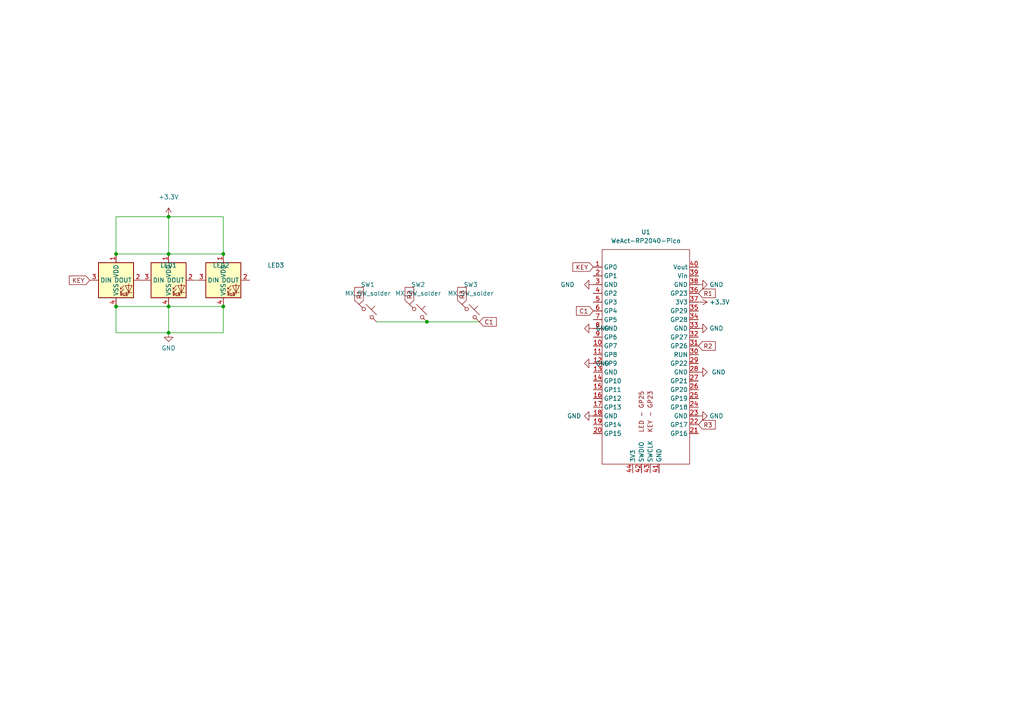
<source format=kicad_sch>
(kicad_sch (version 20211123) (generator eeschema)
  (paper "A4")
  (lib_symbols
    (symbol "WeAct-RP2040-Pico:WeAct-RP2040-Pico"
      (property "Reference" "U" (at 0 16.51 0))
      (property "Value" "WeAct-RP2040-Pico" (at 0 19.05 0))
      (symbol "WeAct-RP2040-Pico_0_0"
        (text "KEY - GP23" (at 1.27 -26.67 900) (effects (font (size 1.27 1.27))))
        (text "LED - GP25" (at -1.27 -26.67 900) (effects (font (size 1.27 1.27))))
      )
      (symbol "WeAct-RP2040-Pico_0_1"
        (rectangle (start -12.7 20.32) (end 12.7 -41.91))
      )
      (symbol "WeAct-RP2040-Pico_1_1"
        (pin bidirectional line (at -15.24 15.24 0) (length 2.54) (name "GP0") (number "1"))
        (pin bidirectional line (at -15.24 -7.62 0) (length 2.54) (name "GP7") (number "10"))
        (pin bidirectional line (at -15.24 -10.16 0) (length 2.54) (name "GP8") (number "11"))
        (pin bidirectional line (at -15.24 -12.7 0) (length 2.54) (name "GP9") (number "12"))
        (pin bidirectional line (at -15.24 -15.24 0) (length 2.54) (name "GND") (number "13"))
        (pin bidirectional line (at -15.24 -17.78 0) (length 2.54) (name "GP10") (number "14"))
        (pin bidirectional line (at -15.24 -20.32 0) (length 2.54) (name "GP11") (number "15"))
        (pin bidirectional line (at -15.24 -22.86 0) (length 2.54) (name "GP12") (number "16"))
        (pin bidirectional line (at -15.24 -25.4 0) (length 2.54) (name "GP13") (number "17"))
        (pin bidirectional line (at -15.24 -27.94 0) (length 2.54) (name "GND") (number "18"))
        (pin bidirectional line (at -15.24 -30.48 0) (length 2.54) (name "GP14") (number "19"))
        (pin bidirectional line (at -15.24 12.7 0) (length 2.54) (name "GP1") (number "2"))
        (pin bidirectional line (at -15.24 -33.02 0) (length 2.54) (name "GP15") (number "20"))
        (pin bidirectional line (at 15.24 -33.02 180) (length 2.54) (name "GP16") (number "21"))
        (pin bidirectional line (at 15.24 -30.48 180) (length 2.54) (name "GP17") (number "22"))
        (pin bidirectional line (at 15.24 -27.94 180) (length 2.54) (name "GND") (number "23"))
        (pin bidirectional line (at 15.24 -25.4 180) (length 2.54) (name "GP18") (number "24"))
        (pin bidirectional line (at 15.24 -22.86 180) (length 2.54) (name "GP19") (number "25"))
        (pin bidirectional line (at 15.24 -20.32 180) (length 2.54) (name "GP20") (number "26"))
        (pin bidirectional line (at 15.24 -17.78 180) (length 2.54) (name "GP21") (number "27"))
        (pin bidirectional line (at 15.24 -15.24 180) (length 2.54) (name "GND") (number "28"))
        (pin bidirectional line (at 15.24 -12.7 180) (length 2.54) (name "GP22") (number "29"))
        (pin bidirectional line (at -15.24 10.16 0) (length 2.54) (name "GND") (number "3"))
        (pin bidirectional line (at 15.24 -10.16 180) (length 2.54) (name "RUN") (number "30"))
        (pin bidirectional line (at 15.24 -7.62 180) (length 2.54) (name "GP26") (number "31"))
        (pin bidirectional line (at 15.24 -5.08 180) (length 2.54) (name "GP27") (number "32"))
        (pin bidirectional line (at 15.24 -2.54 180) (length 2.54) (name "GND") (number "33"))
        (pin bidirectional line (at 15.24 0 180) (length 2.54) (name "GP28") (number "34"))
        (pin bidirectional line (at 15.24 2.54 180) (length 2.54) (name "GP29") (number "35"))
        (pin bidirectional line (at 15.24 7.62 180) (length 2.54) (name "GP23") (number "36"))
        (pin bidirectional line (at 15.24 5.08 180) (length 2.54) (name "3V3") (number "37"))
        (pin bidirectional line (at 15.24 10.16 180) (length 2.54) (name "GND") (number "38"))
        (pin bidirectional line (at 15.24 12.7 180) (length 2.54) (name "Vin") (number "39"))
        (pin bidirectional line (at -15.24 7.62 0) (length 2.54) (name "GP2") (number "4"))
        (pin bidirectional line (at 15.24 15.24 180) (length 2.54) (name "Vout") (number "40"))
        (pin bidirectional line (at 3.81 -44.45 90) (length 2.54) (name "GND") (number "41"))
        (pin bidirectional line (at -1.27 -44.45 90) (length 2.54) (name "SWDIO") (number "42"))
        (pin bidirectional line (at 1.27 -44.45 90) (length 2.54) (name "SWCLK") (number "43"))
        (pin bidirectional line (at -3.81 -44.45 90) (length 2.54) (name "3V3") (number "44"))
        (pin bidirectional line (at -15.24 5.08 0) (length 2.54) (name "GP3") (number "5"))
        (pin bidirectional line (at -15.24 2.54 0) (length 2.54) (name "GP4") (number "6"))
        (pin bidirectional line (at -15.24 0 0) (length 2.54) (name "GP5") (number "7"))
        (pin bidirectional line (at -15.24 -2.54 0) (length 2.54) (name "GND") (number "8"))
        (pin bidirectional line (at -15.24 -5.08 0) (length 2.54) (name "GP6") (number "9"))
      )
    )
    (symbol "marbastlib-mx:MX_SK6812MINI-E"
      (property "Reference" "LED" (at 2.54 -6.35 0))
      (property "Value" "MX_SK6812MINI-E" (at 10.16 6.35 0))
      (symbol "MX_SK6812MINI-E_0_0"
        (text "RGB" (at 2.286 -4.191 0) (effects (font (size 0.762 0.762))))
      )
      (symbol "MX_SK6812MINI-E_0_1"
        (polyline (pts (xy 1.27 -3.556) (xy 1.778 -3.556)))
        (polyline (pts (xy 1.27 -2.54) (xy 1.778 -2.54)))
        (polyline (pts (xy 4.699 -3.556) (xy 2.667 -3.556)))
        (polyline (pts (xy 2.286 -2.54) (xy 1.27 -3.556) (xy 1.27 -3.048)))
        (polyline (pts (xy 2.286 -1.524) (xy 1.27 -2.54) (xy 1.27 -2.032)))
        (polyline (pts (xy 3.683 -1.016) (xy 3.683 -3.556) (xy 3.683 -4.064)))
        (polyline (pts (xy 4.699 -1.524) (xy 2.667 -1.524) (xy 3.683 -3.556) (xy 4.699 -1.524)))
        (rectangle (start 5.08 5.08) (end -5.08 -5.08) (stroke (width 0.254)) (fill (type background)))
      )
      (symbol "MX_SK6812MINI-E_1_1"
        (pin power_in line (at 0 7.62 270) (length 2.54) (name "VDD") (number "1"))
        (pin output line (at 7.62 0 180) (length 2.54) (name "DOUT") (number "2"))
        (pin input line (at -7.62 0 0) (length 2.54) (name "DIN") (number "3"))
        (pin power_in line (at 0 -7.62 90) (length 2.54) (name "VSS") (number "4"))
      )
    )
    (symbol "marbastlib-mx:MX_SW_solder" (pin_numbers hide) (pin_names (offset 1.016) hide)
      (property "Reference" "SW" (at 3.048 1.016 0))
      (property "Value" "MX_SW_solder" (at 0 -3.81 0))
      (symbol "MX_SW_solder_0_1"
        (circle (center -1.1684 1.1684) (radius 0.508))
        (polyline (pts (xy -0.508 2.54) (xy 2.54 -0.508)))
        (polyline (pts (xy 1.016 1.016) (xy 2.032 2.032)))
        (polyline (pts (xy -2.54 2.54) (xy -1.524 1.524) (xy -1.524 1.524)))
        (polyline (pts (xy 1.524 -1.524) (xy 2.54 -2.54) (xy 2.54 -2.54) (xy 2.54 -2.54)))
        (circle (center 1.143 -1.1938) (radius 0.508))
        (pin passive line (at -2.54 2.54 0) (length 0) (name "1") (number "1"))
        (pin passive line (at 2.54 -2.54 180) (length 0) (name "2") (number "2"))
      )
    )
    (symbol "power:+3.3V" (power) (pin_names (offset 0))
      (property "Value" "+3.3V" (at 0 3.556 0))
      (symbol "+3.3V_0_1"
        (polyline (pts (xy -0.762 1.27) (xy 0 2.54)))
        (polyline (pts (xy 0 0) (xy 0 2.54)))
        (polyline (pts (xy 0 2.54) (xy 0.762 1.27)))
      )
      (symbol "+3.3V_1_1"
        (pin power_in line (at 0 0 90) (length 0) hide (name "+3.3V") (number "1"))
      )
    )
    (symbol "power:GND" (power) (pin_names (offset 0))
      (property "Value" "GND" (at 0 -3.81 0))
      (symbol "GND_0_1"
        (polyline (pts (xy 0 0) (xy 0 -1.27) (xy 1.27 -1.27) (xy 0 -2.54) (xy -1.27 -1.27) (xy 0 -1.27)))
      )
      (symbol "GND_1_1"
        (pin power_in line (at 0 0 270) (length 0) hide (name "GND") (number "1"))
      )
    )
  )
  (junction (at 48.895 88.9))
  (junction (at 48.895 73.66))
  (junction (at 123.825 93.345))
  (junction (at 64.77 88.9))
  (junction (at 48.895 62.865))
  (junction (at 33.655 88.9))
  (junction (at 64.77 73.66))
  (junction (at 33.655 73.66))
  (junction (at 48.895 96.52))
  (wire (pts (xy 33.655 88.9) (xy 48.895 88.9)))
  (wire (pts (xy 48.895 96.52) (xy 33.655 96.52)))
  (wire (pts (xy 33.655 96.52) (xy 33.655 88.9)))
  (wire (pts (xy 48.895 96.52) (xy 64.77 96.52)))
  (wire (pts (xy 56.515 81.28) (xy 57.15 81.28)))
  (wire (pts (xy 33.655 73.66) (xy 48.895 73.66)))
  (wire (pts (xy 48.895 62.865) (xy 48.895 73.66)))
  (wire (pts (xy 48.895 88.9) (xy 64.77 88.9)))
  (wire (pts (xy 123.825 93.345) (xy 139.065 93.345)))
  (wire (pts (xy 109.22 93.345) (xy 123.825 93.345)))
  (wire (pts (xy 33.655 62.865) (xy 48.895 62.865)))
  (wire (pts (xy 64.77 96.52) (xy 64.77 88.9)))
  (wire (pts (xy 64.77 62.865) (xy 48.895 62.865)))
  (wire (pts (xy 48.895 73.66) (xy 64.77 73.66)))
  (wire (pts (xy 33.655 73.66) (xy 33.655 62.865)))
  (wire (pts (xy 64.77 73.66) (xy 64.77 62.865)))
  (wire (pts (xy 48.895 88.9) (xy 48.895 96.52)))
  (global_label "R3" (shape input) (at 202.565 123.19 0) (property "Intersheet References" "${INTERSHEET_REFS}" (effects hide)))
  (global_label "C1" (shape input) (at 139.065 93.345 0) (property "Intersheet References" "${INTERSHEET_REFS}" (effects hide)))
  (global_label "C1" (shape input) (at 172.085 90.17 180) (property "Intersheet References" "${INTERSHEET_REFS}" (effects hide)))
  (global_label "R3" (shape input) (at 133.985 88.265 90) (property "Intersheet References" "${INTERSHEET_REFS}" (effects hide)))
  (global_label "R1" (shape input) (at 104.14 88.265 90) (property "Intersheet References" "${INTERSHEET_REFS}" (effects hide)))
  (global_label "KEY" (shape input) (at 26.035 81.28 180) (property "Intersheet References" "${INTERSHEET_REFS}" (effects hide)))
  (global_label "KEY" (shape input) (at 172.085 77.47 180) (property "Intersheet References" "${INTERSHEET_REFS}" (effects hide)))
  (global_label "R2" (shape input) (at 118.745 88.265 90) (property "Intersheet References" "${INTERSHEET_REFS}" (effects hide)))
  (global_label "R1" (shape input) (at 202.565 85.09 0) (property "Intersheet References" "${INTERSHEET_REFS}" (effects hide)))
  (global_label "R2" (shape input) (at 202.565 100.33 0) (property "Intersheet References" "${INTERSHEET_REFS}" (effects hide)))
  (symbol (lib_id "power:+3.3V") (at 202.565 87.63 270) (unit 1)
    (property "Reference" "#PWR0103" (effects hide))
    (property "Value" "+3.3V" (at 205.74 87.6299 90) (effects (justify left)))
  )
  (symbol (lib_id "marbastlib-mx:MX_SK6812MINI-E") (at 33.655 81.28 0) (unit 1)
    (property "Reference" "LED1" (at 48.895 76.9493 0))
    (property "Value" "MX_SK6812MINI-E" (effects hide))
    (property "Footprint" "marbastlib-mx:LED_MX_6028R" (effects hide))
  )
  (symbol (lib_id "power:GND") (at 172.085 82.55 270) (unit 1)
    (property "Reference" "#PWR0104" (effects hide))
    (property "Value" "GND" (at 162.56 82.55 90) (effects (justify left)))
  )
  (symbol (lib_id "power:GND") (at 172.085 120.65 270) (unit 1)
    (property "Reference" "#PWR0106" (effects hide))
    (property "Value" "GND" (at 164.465 120.65 90) (effects (justify left)))
  )
  (symbol (lib_id "marbastlib-mx:MX_SK6812MINI-E") (at 64.77 81.28 0) (unit 1)
    (property "Reference" "LED3" (at 80.01 76.9493 0))
    (property "Value" "MX_SK6812MINI-E" (effects hide))
    (property "Footprint" "marbastlib-mx:LED_MX_6028R" (effects hide))
  )
  (symbol (lib_id "power:GND") (at 48.895 96.52 0) (unit 1)
    (property "Reference" "#PWR0102" (effects hide))
    (property "Value" "GND" (at 48.895 100.965 0))
  )
  (symbol (lib_id "power:GND") (at 172.085 95.25 270) (unit 1)
    (property "Reference" "#PWR0105" (effects hide))
    (property "Value" "GND" (at 172.72 95.2499 90) (effects (justify left)))
  )
  (symbol (lib_id "power:GND") (at 202.565 120.65 90) (unit 1)
    (property "Reference" "#PWR0110" (effects hide))
    (property "Value" "GND" (at 205.74 120.6499 90) (effects (justify right)))
  )
  (symbol (lib_id "power:GND") (at 202.565 82.55 90) (unit 1)
    (property "Reference" "#PWR0111" (effects hide))
    (property "Value" "GND" (at 205.74 82.5499 90) (effects (justify right)))
  )
  (symbol (lib_id "power:+3.3V") (at 48.895 62.865 0) (unit 1)
    (property "Reference" "#PWR0101" (effects hide))
    (property "Value" "+3.3V" (at 48.895 57.15 0))
  )
  (symbol (lib_id "power:GND") (at 202.565 95.25 90) (unit 1)
    (property "Reference" "#PWR0108" (effects hide))
    (property "Value" "GND" (at 205.74 95.2499 90) (effects (justify right)))
  )
  (symbol (lib_id "WeAct-RP2040-Pico:WeAct-RP2040-Pico") (at 187.325 92.71 0) (unit 1)
    (property "Reference" "U1" (at 187.325 67.31 0))
    (property "Value" "WeAct-RP2040-Pico" (at 187.325 69.85 0))
    (property "Footprint" "WeAct-RP2040-Pico:WeAct-RP2040-Pico" (effects hide))
  )
  (symbol (lib_id "marbastlib-mx:MX_SW_solder") (at 121.285 90.805 0) (unit 1)
    (property "Reference" "SW2" (at 121.285 82.55 0))
    (property "Value" "MX_SW_solder" (at 121.285 85.09 0))
    (property "Footprint" "marbastlib-mx:SW_MX_1u" (effects hide))
  )
  (symbol (lib_id "marbastlib-mx:MX_SK6812MINI-E") (at 48.895 81.28 0) (unit 1)
    (property "Reference" "LED2" (at 64.135 76.9493 0))
    (property "Value" "MX_SK6812MINI-E" (effects hide))
    (property "Footprint" "marbastlib-mx:LED_MX_6028R" (effects hide))
  )
  (symbol (lib_id "marbastlib-mx:MX_SW_solder") (at 106.68 90.805 0) (unit 1)
    (property "Reference" "SW1" (at 106.68 82.55 0))
    (property "Value" "MX_SW_solder" (at 106.68 85.09 0))
    (property "Footprint" "marbastlib-mx:SW_MX_1u" (effects hide))
  )
  (symbol (lib_id "power:GND") (at 172.085 105.41 270) (unit 1)
    (property "Reference" "#PWR0107" (effects hide))
    (property "Value" "GND" (at 172.72 105.4099 90) (effects (justify left)))
  )
  (symbol (lib_id "marbastlib-mx:MX_SW_solder") (at 136.525 90.805 0) (unit 1)
    (property "Reference" "SW3" (at 136.525 82.55 0))
    (property "Value" "MX_SW_solder" (at 136.525 85.09 0))
    (property "Footprint" "marbastlib-mx:SW_MX_1u" (effects hide))
  )
  (symbol (lib_id "power:GND") (at 202.565 107.95 90) (unit 1)
    (property "Reference" "#PWR0109" (effects hide))
    (property "Value" "GND" (at 206.375 107.9499 90) (effects (justify right)))
  )
)
</source>
